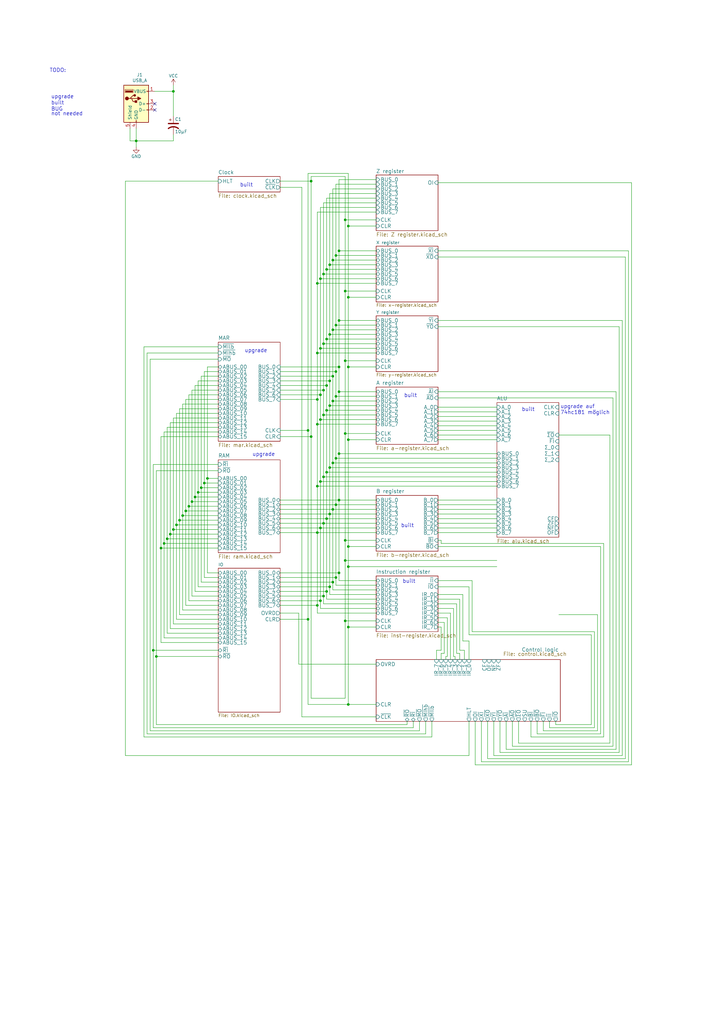
<source format=kicad_sch>
(kicad_sch (version 20211123) (generator eeschema)
  (paper "A3" portrait)
  (junction (at 131.445 -40.005))
  (junction (at 64.135 269.24))
  (junction (at 133.985 168.275))
  (junction (at 72.39 215.265))
  (junction (at 71.12 217.17))
  (junction (at 139.065 186.055))
  (junction (at 77.47 207.645))
  (junction (at 139.065 205.105))
  (junction (at 131.445 114.3))
  (junction (at 92.71 -40.005))
  (junction (at 92.71 -34.925))
  (junction (at 142.875 121.92))
  (junction (at 126.365 176.53))
  (junction (at 133.985 158.115))
  (junction (at 132.715 112.395))
  (junction (at 139.065 102.87))
  (junction (at 132.715 170.18))
  (junction (at 135.255 108.585))
  (junction (at 144.145 -27.305))
  (junction (at 92.71 -42.545))
  (junction (at 133.985 212.725))
  (junction (at 105.41 -19.685))
  (junction (at 141.605 90.17))
  (junction (at 136.525 164.465))
  (junction (at 132.715 140.97))
  (junction (at 92.71 -32.385))
  (junction (at 133.985 242.57))
  (junction (at 92.71 -50.165))
  (junction (at 131.445 -32.385))
  (junction (at 105.41 -32.385))
  (junction (at 92.71 -22.225))
  (junction (at 136.525 189.865))
  (junction (at 131.445 161.925))
  (junction (at 105.41 -22.225))
  (junction (at 92.71 -45.085))
  (junction (at 76.2 209.55))
  (junction (at 81.28 201.93))
  (junction (at 135.255 137.16))
  (junction (at 55.88 57.785))
  (junction (at 130.175 163.83))
  (junction (at 142.875 288.925))
  (junction (at 73.66 213.36))
  (junction (at 139.065 234.95))
  (junction (at 132.715 195.58))
  (junction (at 142.875 180.34))
  (junction (at 92.71 -24.765))
  (junction (at 131.445 172.085))
  (junction (at 105.41 -40.005))
  (junction (at 142.875 150.495))
  (junction (at 130.175 116.205))
  (junction (at 137.795 104.775))
  (junction (at 139.065 150.495))
  (junction (at 130.175 199.39))
  (junction (at 131.445 216.535))
  (junction (at 127.635 179.07))
  (junction (at 137.795 152.4))
  (junction (at 142.875 257.175))
  (junction (at 130.175 218.44))
  (junction (at 135.255 156.21))
  (junction (at 135.255 210.82))
  (junction (at 135.255 191.77))
  (junction (at 136.525 135.255))
  (junction (at 131.445 -27.305))
  (junction (at 133.985 110.49))
  (junction (at 141.605 229.87))
  (junction (at 69.85 219.075))
  (junction (at 92.71 -29.845))
  (junction (at 105.41 -34.925))
  (junction (at 126.365 254))
  (junction (at 133.985 193.675))
  (junction (at 131.445 -37.465))
  (junction (at 105.41 -50.165))
  (junction (at 137.795 207.01))
  (junction (at 105.41 -45.085))
  (junction (at 92.71 -37.465))
  (junction (at 136.525 106.68))
  (junction (at 105.41 -14.605))
  (junction (at 105.41 -42.545))
  (junction (at 144.145 -32.385))
  (junction (at 136.525 154.305))
  (junction (at 83.82 198.12))
  (junction (at 127.635 74.295))
  (junction (at 136.525 208.915))
  (junction (at 80.01 203.835))
  (junction (at 92.71 -19.685))
  (junction (at 105.41 -37.465))
  (junction (at 142.875 224.155))
  (junction (at 135.255 166.37))
  (junction (at 137.795 133.35))
  (junction (at 139.065 131.445))
  (junction (at 131.445 -34.925))
  (junction (at 132.715 160.02))
  (junction (at 139.065 160.655))
  (junction (at 92.71 -17.145))
  (junction (at 71.12 37.465))
  (junction (at 135.255 240.665))
  (junction (at 132.715 214.63))
  (junction (at 132.715 244.475))
  (junction (at 105.41 -24.765))
  (junction (at 92.71 -27.305))
  (junction (at 144.145 -29.845))
  (junction (at 144.145 -40.005))
  (junction (at 67.31 222.885))
  (junction (at 131.445 -29.845))
  (junction (at 130.175 173.99))
  (junction (at 92.71 -47.625))
  (junction (at 105.41 -17.145))
  (junction (at 131.445 246.38))
  (junction (at 131.445 142.875))
  (junction (at 144.145 -34.925))
  (junction (at 105.41 -47.625))
  (junction (at 141.605 147.955))
  (junction (at 105.41 -27.305))
  (junction (at 142.875 92.71))
  (junction (at 141.605 119.38))
  (junction (at 62.865 266.7))
  (junction (at 82.55 200.025))
  (junction (at 142.875 232.41))
  (junction (at 66.04 224.79))
  (junction (at 105.41 -29.845))
  (junction (at 130.175 144.78))
  (junction (at 130.175 248.285))
  (junction (at 133.985 139.065))
  (junction (at 141.605 221.615))
  (junction (at 141.605 254.635))
  (junction (at 74.93 211.455))
  (junction (at 68.58 220.98))
  (junction (at 141.605 177.8))
  (junction (at 131.445 197.485))
  (junction (at 137.795 162.56))
  (junction (at 137.795 236.855))
  (junction (at 136.525 238.76))
  (junction (at 144.145 -37.465))
  (junction (at 78.74 205.74))
  (junction (at 137.795 187.96))
  (junction (at 85.09 196.215))
  (no_connect (at 63.5 45.085))
  (no_connect (at 63.5 42.545))
  (wire (pts (xy 200.025 295.91) (xy 200.025 311.15)))
  (wire (pts (xy 154.305 86.995) (xy 130.175 86.995)))
  (wire (pts (xy 210.185 306.07) (xy 251.46 306.07)))
  (wire (pts (xy 114.935 160.02) (xy 132.715 160.02)))
  (wire (pts (xy 126.365 71.12) (xy 126.365 176.53)))
  (wire (pts (xy 202.565 295.91) (xy 202.565 309.88)))
  (wire (pts (xy 139.065 234.95) (xy 139.065 238.125)))
  (wire (pts (xy 142.875 288.925) (xy 154.305 288.925)))
  (wire (pts (xy 74.93 211.455) (xy 74.93 250.19)))
  (wire (pts (xy 77.47 246.38) (xy 89.535 246.38)))
  (wire (pts (xy 114.935 205.105) (xy 139.065 205.105)))
  (wire (pts (xy 192.405 295.91) (xy 192.405 309.88)))
  (wire (pts (xy 114.935 214.63) (xy 132.715 214.63)))
  (wire (pts (xy 132.715 214.63) (xy 154.305 214.63)))
  (wire (pts (xy 179.705 163.195) (xy 251.46 163.195)))
  (wire (pts (xy 137.795 133.35) (xy 154.305 133.35)))
  (wire (pts (xy 59.055 302.26) (xy 177.165 302.26)))
  (wire (pts (xy 78.74 160.02) (xy 89.535 160.02)))
  (wire (pts (xy 179.705 245.745) (xy 188.595 245.745)))
  (wire (pts (xy 73.66 167.64) (xy 89.535 167.64)))
  (wire (pts (xy 141.605 177.8) (xy 154.305 177.8)))
  (wire (pts (xy 92.71 -52.705) (xy 92.71 -50.165)))
  (wire (pts (xy 123.825 76.835) (xy 123.825 294.005)))
  (wire (pts (xy 179.705 257.175) (xy 180.975 257.175)))
  (wire (pts (xy 141.605 229.87) (xy 203.835 229.87)))
  (wire (pts (xy 74.93 250.19) (xy 89.535 250.19)))
  (wire (pts (xy 122.555 251.46) (xy 122.555 272.415)))
  (wire (pts (xy 71.12 57.785) (xy 71.12 55.245)))
  (wire (pts (xy 68.58 175.26) (xy 89.535 175.26)))
  (wire (pts (xy 179.705 178.435) (xy 203.835 178.435)))
  (wire (pts (xy 180.975 221.615) (xy 179.705 221.615)))
  (wire (pts (xy 64.135 269.24) (xy 89.535 269.24)))
  (wire (pts (xy 194.945 313.69) (xy 194.945 295.91)))
  (wire (pts (xy 114.935 152.4) (xy 137.795 152.4)))
  (wire (pts (xy 133.985 110.49) (xy 133.985 81.28)))
  (wire (pts (xy 81.28 201.93) (xy 81.28 240.665)))
  (wire (pts (xy 137.795 207.01) (xy 137.795 236.855)))
  (wire (pts (xy 135.255 156.21) (xy 135.255 137.16)))
  (wire (pts (xy 154.305 116.205) (xy 130.175 116.205)))
  (wire (pts (xy 179.07 270.51) (xy 179.07 266.7)))
  (wire (pts (xy 127.635 286.385) (xy 141.605 286.385)))
  (wire (pts (xy 255.27 131.445) (xy 255.27 309.88)))
  (wire (pts (xy 105.41 -52.705) (xy 105.41 -50.165)))
  (wire (pts (xy 186.055 249.555) (xy 186.055 269.24)))
  (wire (pts (xy 130.175 248.285) (xy 130.175 251.46)))
  (wire (pts (xy 127.635 74.295) (xy 127.635 179.07)))
  (wire (pts (xy 142.875 150.495) (xy 142.875 180.34)))
  (wire (pts (xy 139.065 150.495) (xy 139.065 131.445)))
  (wire (pts (xy 207.645 295.91) (xy 207.645 307.34)))
  (wire (pts (xy 66.04 179.07) (xy 66.04 224.79)))
  (wire (pts (xy 89.535 209.55) (xy 76.2 209.55)))
  (wire (pts (xy 137.795 104.775) (xy 154.305 104.775)))
  (wire (pts (xy 227.965 297.18) (xy 227.965 295.91)))
  (wire (pts (xy 130.175 251.46) (xy 154.305 251.46)))
  (wire (pts (xy 131.445 -27.305) (xy 131.445 -24.765)))
  (wire (pts (xy 182.88 270.51) (xy 182.88 269.24)))
  (wire (pts (xy 154.305 173.99) (xy 130.175 173.99)))
  (wire (pts (xy 179.705 102.87) (xy 257.81 102.87)))
  (wire (pts (xy 71.12 255.905) (xy 71.12 217.17)))
  (wire (pts (xy 92.71 -32.385) (xy 92.71 -29.845)))
  (wire (pts (xy 243.84 298.45) (xy 243.84 259.08)))
  (wire (pts (xy 83.82 198.12) (xy 89.535 198.12)))
  (wire (pts (xy 135.255 240.665) (xy 135.255 243.84)))
  (wire (pts (xy 141.605 72.39) (xy 127.635 72.39)))
  (wire (pts (xy 132.715 214.63) (xy 132.715 244.475)))
  (wire (pts (xy 80.01 242.57) (xy 80.01 203.835)))
  (wire (pts (xy 139.065 160.655) (xy 154.305 160.655)))
  (wire (pts (xy 114.935 208.915) (xy 136.525 208.915)))
  (wire (pts (xy 77.47 161.925) (xy 77.47 207.645)))
  (wire (pts (xy 131.445 172.085) (xy 131.445 197.485)))
  (wire (pts (xy 137.795 207.01) (xy 154.305 207.01)))
  (wire (pts (xy 179.705 212.725) (xy 203.835 212.725)))
  (wire (pts (xy 139.065 205.105) (xy 154.305 205.105)))
  (wire (pts (xy 83.82 198.12) (xy 83.82 236.855)))
  (wire (pts (xy 135.255 210.82) (xy 135.255 240.665)))
  (wire (pts (xy 135.255 210.82) (xy 154.305 210.82)))
  (wire (pts (xy 177.165 302.26) (xy 177.165 295.91)))
  (wire (pts (xy 126.365 176.53) (xy 126.365 254)))
  (wire (pts (xy 137.795 133.35) (xy 137.795 104.775)))
  (wire (pts (xy 105.41 -27.305) (xy 105.41 -24.765)))
  (wire (pts (xy 144.145 -34.925) (xy 144.145 -32.385)))
  (wire (pts (xy 154.305 110.49) (xy 133.985 110.49)))
  (wire (pts (xy 69.85 173.355) (xy 89.535 173.355)))
  (wire (pts (xy 141.605 72.39) (xy 141.605 90.17)))
  (wire (pts (xy 186.69 269.24) (xy 186.055 269.24)))
  (wire (pts (xy 89.535 152.4) (xy 83.82 152.4)))
  (wire (pts (xy 131.445 -32.385) (xy 131.445 -29.845)))
  (wire (pts (xy 142.875 232.41) (xy 203.835 232.41)))
  (wire (pts (xy 72.39 215.265) (xy 72.39 254)))
  (wire (pts (xy 210.185 295.91) (xy 210.185 306.07)))
  (wire (pts (xy 179.705 176.53) (xy 203.835 176.53)))
  (wire (pts (xy 154.305 142.875) (xy 131.445 142.875)))
  (wire (pts (xy 132.715 247.65) (xy 154.305 247.65)))
  (wire (pts (xy 142.875 257.175) (xy 154.305 257.175)))
  (wire (pts (xy 141.605 90.17) (xy 154.305 90.17)))
  (wire (pts (xy 130.175 248.285) (xy 114.935 248.285)))
  (wire (pts (xy 135.255 166.37) (xy 135.255 156.21)))
  (wire (pts (xy 154.305 114.3) (xy 131.445 114.3)))
  (wire (pts (xy 85.09 150.495) (xy 89.535 150.495)))
  (wire (pts (xy 180.975 222.885) (xy 180.975 221.615)))
  (wire (pts (xy 60.325 300.99) (xy 60.325 144.78)))
  (wire (pts (xy 137.795 162.56) (xy 137.795 187.96)))
  (wire (pts (xy 154.305 112.395) (xy 132.715 112.395)))
  (wire (pts (xy 136.525 77.47) (xy 154.305 77.47)))
  (wire (pts (xy 182.245 267.97) (xy 180.975 267.97)))
  (wire (pts (xy 144.145 -32.385) (xy 144.145 -29.845)))
  (wire (pts (xy 126.365 71.12) (xy 142.875 71.12)))
  (wire (pts (xy 174.625 300.99) (xy 60.325 300.99)))
  (wire (pts (xy 154.305 85.09) (xy 131.445 85.09)))
  (wire (pts (xy 105.41 -37.465) (xy 105.41 -34.925)))
  (wire (pts (xy 182.88 269.24) (xy 183.515 269.24)))
  (wire (pts (xy 89.535 193.04) (xy 64.135 193.04)))
  (wire (pts (xy 89.535 263.525) (xy 66.04 263.525)))
  (wire (pts (xy 137.795 162.56) (xy 137.795 152.4)))
  (wire (pts (xy 92.71 -24.765) (xy 92.71 -22.225)))
  (wire (pts (xy 123.825 294.005) (xy 154.305 294.005)))
  (wire (pts (xy 141.605 221.615) (xy 141.605 229.87)))
  (wire (pts (xy 68.58 175.26) (xy 68.58 220.98)))
  (wire (pts (xy 136.525 154.305) (xy 136.525 135.255)))
  (wire (pts (xy 130.175 144.78) (xy 130.175 116.205)))
  (wire (pts (xy 76.2 163.83) (xy 76.2 209.55)))
  (wire (pts (xy 72.39 169.545) (xy 89.535 169.545)))
  (wire (pts (xy 141.605 119.38) (xy 141.605 147.955)))
  (wire (pts (xy 55.88 52.705) (xy 55.88 57.785)))
  (wire (pts (xy 78.74 205.74) (xy 89.535 205.74)))
  (wire (pts (xy 132.715 244.475) (xy 132.715 247.65)))
  (wire (pts (xy 197.485 295.91) (xy 197.485 312.42)))
  (wire (pts (xy 141.605 254.635) (xy 141.605 286.385)))
  (wire (pts (xy 179.705 218.44) (xy 203.835 218.44)))
  (wire (pts (xy 259.08 313.69) (xy 194.945 313.69)))
  (wire (pts (xy 192.405 260.35) (xy 242.57 260.35)))
  (wire (pts (xy 130.175 173.99) (xy 130.175 199.39)))
  (wire (pts (xy 180.975 267.97) (xy 180.975 270.51)))
  (wire (pts (xy 133.985 193.675) (xy 203.835 193.675)))
  (wire (pts (xy 76.2 248.285) (xy 76.2 209.55)))
  (wire (pts (xy 222.885 295.91) (xy 222.885 299.72)))
  (wire (pts (xy 105.41 -19.685) (xy 105.41 -17.145)))
  (wire (pts (xy 179.705 243.84) (xy 189.865 243.84)))
  (wire (pts (xy 141.605 229.87) (xy 141.605 254.635)))
  (wire (pts (xy 92.71 -29.845) (xy 92.71 -27.305)))
  (wire (pts (xy 139.065 102.87) (xy 154.305 102.87)))
  (wire (pts (xy 76.2 163.83) (xy 89.535 163.83)))
  (wire (pts (xy 132.715 140.97) (xy 132.715 112.395)))
  (wire (pts (xy 131.445 216.535) (xy 131.445 246.38)))
  (wire (pts (xy 114.935 150.495) (xy 139.065 150.495)))
  (wire (pts (xy 247.65 302.26) (xy 247.65 222.885)))
  (wire (pts (xy 114.935 176.53) (xy 126.365 176.53)))
  (wire (pts (xy 122.555 272.415) (xy 154.305 272.415)))
  (wire (pts (xy 136.525 189.865) (xy 203.835 189.865)))
  (wire (pts (xy 126.365 254) (xy 126.365 288.925)))
  (wire (pts (xy 192.405 240.665) (xy 179.705 240.665)))
  (wire (pts (xy 82.55 154.305) (xy 82.55 200.025)))
  (wire (pts (xy 179.705 208.915) (xy 203.835 208.915)))
  (wire (pts (xy 182.245 255.27) (xy 182.245 267.97)))
  (wire (pts (xy 167.005 297.18) (xy 167.005 295.91)))
  (wire (pts (xy 136.525 189.865) (xy 136.525 208.915)))
  (wire (pts (xy 127.635 179.07) (xy 127.635 286.385)))
  (wire (pts (xy 205.105 308.61) (xy 254 308.61)))
  (wire (pts (xy 139.065 131.445) (xy 139.065 102.87)))
  (wire (pts (xy 92.71 -17.145) (xy 92.71 -14.605)))
  (wire (pts (xy 92.71 -40.005) (xy 92.71 -37.465)))
  (wire (pts (xy 142.875 257.175) (xy 142.875 288.925)))
  (wire (pts (xy 85.09 234.95) (xy 85.09 196.215)))
  (wire (pts (xy 132.715 195.58) (xy 203.835 195.58)))
  (wire (pts (xy 135.255 79.375) (xy 154.305 79.375)))
  (wire (pts (xy 136.525 135.255) (xy 136.525 106.68)))
  (wire (pts (xy 55.88 57.785) (xy 71.12 57.785)))
  (wire (pts (xy 69.85 257.81) (xy 89.535 257.81)))
  (wire (pts (xy 136.525 164.465) (xy 136.525 154.305)))
  (wire (pts (xy 114.935 254) (xy 126.365 254)))
  (wire (pts (xy 139.065 205.105) (xy 139.065 234.95)))
  (wire (pts (xy 174.625 295.91) (xy 174.625 300.99)))
  (wire (pts (xy 92.71 -47.625) (xy 92.71 -45.085)))
  (wire (pts (xy 139.065 238.125) (xy 154.305 238.125)))
  (wire (pts (xy 78.74 244.475) (xy 78.74 205.74)))
  (wire (pts (xy 179.705 214.63) (xy 203.835 214.63)))
  (wire (pts (xy 142.875 180.34) (xy 142.875 224.155)))
  (wire (pts (xy 89.535 252.095) (xy 73.66 252.095)))
  (wire (pts (xy 114.935 212.725) (xy 133.985 212.725)))
  (wire (pts (xy 187.325 267.97) (xy 188.595 267.97)))
  (wire (pts (xy 222.885 299.72) (xy 245.11 299.72)))
  (wire (pts (xy 82.55 238.76) (xy 82.55 200.025)))
  (wire (pts (xy 89.535 242.57) (xy 80.01 242.57)))
  (wire (pts (xy 243.84 259.08) (xy 193.675 259.08)))
  (wire (pts (xy 89.535 142.24) (xy 59.055 142.24)))
  (wire (pts (xy 131.445 246.38) (xy 114.935 246.38)))
  (wire (pts (xy 114.935 236.855) (xy 137.795 236.855)))
  (wire (pts (xy 257.81 312.42) (xy 197.485 312.42)))
  (wire (pts (xy 242.57 260.35) (xy 242.57 297.18)))
  (wire (pts (xy 130.175 199.39) (xy 130.175 218.44)))
  (wire (pts (xy 137.795 104.775) (xy 137.795 75.565)))
  (wire (pts (xy 114.935 210.82) (xy 135.255 210.82)))
  (wire (pts (xy 105.41 -22.225) (xy 105.41 -19.685)))
  (wire (pts (xy 139.065 186.055) (xy 203.835 186.055)))
  (wire (pts (xy 132.715 160.02) (xy 132.715 140.97)))
  (wire (pts (xy 142.875 224.155) (xy 142.875 232.41)))
  (wire (pts (xy 179.705 247.65) (xy 187.325 247.65)))
  (wire (pts (xy 133.985 193.675) (xy 133.985 212.725)))
  (wire (pts (xy 144.145 -42.545) (xy 144.145 -40.005)))
  (wire (pts (xy 142.875 92.71) (xy 142.875 121.92)))
  (wire (pts (xy 89.535 259.715) (xy 68.58 259.715)))
  (wire (pts (xy 133.985 139.065) (xy 133.985 110.49)))
  (wire (pts (xy 137.795 187.96) (xy 137.795 207.01)))
  (wire (pts (xy 142.875 71.12) (xy 142.875 92.71)))
  (wire (pts (xy 89.535 147.32) (xy 61.595 147.32)))
  (wire (pts (xy 89.535 255.905) (xy 71.12 255.905)))
  (wire (pts (xy 92.71 -27.305) (xy 92.71 -24.765)))
  (wire (pts (xy 131.445 -29.845) (xy 131.445 -27.305)))
  (wire (pts (xy 257.81 102.87) (xy 257.81 312.42)))
  (wire (pts (xy 136.525 208.915) (xy 136.525 238.76)))
  (wire (pts (xy 142.875 224.155) (xy 154.305 224.155)))
  (wire (pts (xy 137.795 236.855) (xy 137.795 240.03)))
  (wire (pts (xy 189.865 262.89) (xy 192.405 262.89)))
  (wire (pts (xy 114.935 238.76) (xy 136.525 238.76)))
  (wire (pts (xy 132.715 112.395) (xy 132.715 83.185)))
  (wire (pts (xy 136.525 208.915) (xy 154.305 208.915)))
  (wire (pts (xy 69.85 173.355) (xy 69.85 219.075)))
  (wire (pts (xy 189.865 243.84) (xy 189.865 262.89)))
  (wire (pts (xy 135.255 166.37) (xy 135.255 191.77)))
  (wire (pts (xy 141.605 90.17) (xy 141.605 119.38)))
  (wire (pts (xy 131.445 197.485) (xy 203.835 197.485)))
  (wire (pts (xy 130.175 116.205) (xy 130.175 86.995)))
  (wire (pts (xy 61.595 299.72) (xy 172.085 299.72)))
  (wire (pts (xy 136.525 106.68) (xy 136.525 77.47)))
  (wire (pts (xy 139.065 73.66) (xy 154.305 73.66)))
  (wire (pts (xy 246.38 300.99) (xy 220.345 300.99)))
  (wire (pts (xy 67.31 222.885) (xy 67.31 261.62)))
  (wire (pts (xy 144.145 -27.305) (xy 144.145 -24.765)))
  (wire (pts (xy 242.57 297.18) (xy 227.965 297.18)))
  (wire (pts (xy 183.515 253.365) (xy 183.515 269.24)))
  (wire (pts (xy 179.705 180.34) (xy 203.835 180.34)))
  (wire (pts (xy 64.135 269.24) (xy 64.135 297.18)))
  (wire (pts (xy 180.975 222.885) (xy 247.65 222.885)))
  (wire (pts (xy 71.12 37.465) (xy 71.12 47.625)))
  (wire (pts (xy 179.705 174.625) (xy 203.835 174.625)))
  (wire (pts (xy 131.445 216.535) (xy 154.305 216.535)))
  (wire (pts (xy 246.38 224.155) (xy 246.38 300.99)))
  (wire (pts (xy 144.145 -40.005) (xy 144.145 -37.465)))
  (wire (pts (xy 193.675 238.125) (xy 193.675 259.08)))
  (wire (pts (xy 131.445 -34.925) (xy 131.445 -32.385)))
  (wire (pts (xy 105.41 -32.385) (xy 105.41 -29.845)))
  (wire (pts (xy 80.01 158.115) (xy 80.01 203.835)))
  (wire (pts (xy 89.535 224.79) (xy 66.04 224.79)))
  (wire (pts (xy 133.985 168.275) (xy 133.985 158.115)))
  (wire (pts (xy 131.445 249.555) (xy 154.305 249.555)))
  (wire (pts (xy 131.445 161.925) (xy 131.445 142.875)))
  (wire (pts (xy 81.28 156.21) (xy 81.28 201.93)))
  (wire (pts (xy 74.93 165.735) (xy 74.93 211.455)))
  (wire (pts (xy 186.69 270.51) (xy 186.69 269.24)))
  (wire (pts (xy 141.605 221.615) (xy 154.305 221.615)))
  (wire (pts (xy 114.935 163.83) (xy 130.175 163.83)))
  (wire (pts (xy 179.705 238.125) (xy 193.675 238.125)))
  (wire (pts (xy 179.705 74.93) (xy 259.08 74.93)))
  (wire (pts (xy 154.305 81.28) (xy 133.985 81.28)))
  (wire (pts (xy 81.28 201.93) (xy 89.535 201.93)))
  (wire (pts (xy 89.535 200.025) (xy 82.55 200.025)))
  (wire (pts (xy 60.325 144.78) (xy 89.535 144.78)))
  (wire (pts (xy 69.85 219.075) (xy 69.85 257.81)))
  (wire (pts (xy 252.73 160.655) (xy 252.73 307.34)))
  (wire (pts (xy 114.935 179.07) (xy 127.635 179.07)))
  (wire (pts (xy 179.705 210.82) (xy 203.835 210.82)))
  (wire (pts (xy 154.305 83.185) (xy 132.715 83.185)))
  (wire (pts (xy 89.535 234.95) (xy 85.09 234.95)))
  (wire (pts (xy 179.705 133.985) (xy 254 133.985)))
  (wire (pts (xy 83.82 152.4) (xy 83.82 198.12)))
  (wire (pts (xy 137.795 240.03) (xy 154.305 240.03)))
  (wire (pts (xy 142.875 232.41) (xy 142.875 257.175)))
  (wire (pts (xy 142.875 92.71) (xy 154.305 92.71)))
  (wire (pts (xy 141.605 177.8) (xy 141.605 221.615)))
  (wire (pts (xy 250.19 304.8) (xy 250.19 178.435)))
  (wire (pts (xy 179.07 266.7) (xy 180.975 266.7)))
  (wire (pts (xy 135.255 137.16) (xy 154.305 137.16)))
  (wire (pts (xy 85.09 150.495) (xy 85.09 196.215)))
  (wire (pts (xy 66.04 179.07) (xy 89.535 179.07)))
  (wire (pts (xy 67.31 261.62) (xy 89.535 261.62)))
  (wire (pts (xy 72.39 254) (xy 89.535 254)))
  (wire (pts (xy 212.725 295.91) (xy 212.725 304.8)))
  (wire (pts (xy 135.255 191.77) (xy 135.255 210.82)))
  (wire (pts (xy 132.715 244.475) (xy 114.935 244.475)))
  (wire (pts (xy 89.535 220.98) (xy 68.58 220.98)))
  (wire (pts (xy 131.445 114.3) (xy 131.445 85.09)))
  (wire (pts (xy 126.365 288.925) (xy 142.875 288.925)))
  (wire (pts (xy 142.875 150.495) (xy 154.305 150.495)))
  (wire (pts (xy 77.47 207.645) (xy 89.535 207.645)))
  (wire (pts (xy 51.435 309.88) (xy 51.435 74.295)))
  (wire (pts (xy 133.985 212.725) (xy 154.305 212.725)))
  (wire (pts (xy 255.27 309.88) (xy 202.565 309.88)))
  (wire (pts (xy 105.41 -40.005) (xy 105.41 -37.465)))
  (wire (pts (xy 142.875 180.34) (xy 154.305 180.34)))
  (wire (pts (xy 179.705 253.365) (xy 183.515 253.365)))
  (wire (pts (xy 105.41 -24.765) (xy 105.41 -22.225)))
  (wire (pts (xy 135.255 108.585) (xy 154.305 108.585)))
  (wire (pts (xy 74.93 211.455) (xy 89.535 211.455)))
  (wire (pts (xy 141.605 147.955) (xy 154.305 147.955)))
  (wire (pts (xy 82.55 154.305) (xy 89.535 154.305)))
  (wire (pts (xy 141.605 147.955) (xy 141.605 177.8)))
  (wire (pts (xy 114.935 216.535) (xy 131.445 216.535)))
  (wire (pts (xy 71.12 171.45) (xy 71.12 217.17)))
  (wire (pts (xy 73.66 252.095) (xy 73.66 213.36)))
  (wire (pts (xy 105.41 -17.145) (xy 105.41 -14.605)))
  (wire (pts (xy 179.705 207.01) (xy 203.835 207.01)))
  (wire (pts (xy 62.865 266.7) (xy 62.865 190.5)))
  (wire (pts (xy 92.71 -22.225) (xy 92.71 -19.685)))
  (wire (pts (xy 154.305 170.18) (xy 132.715 170.18)))
  (wire (pts (xy 92.71 -50.165) (xy 92.71 -47.625)))
  (wire (pts (xy 114.935 240.665) (xy 135.255 240.665)))
  (wire (pts (xy 136.525 164.465) (xy 136.525 189.865)))
  (wire (pts (xy 78.74 160.02) (xy 78.74 205.74)))
  (wire (pts (xy 136.525 241.935) (xy 154.305 241.935)))
  (wire (pts (xy 105.41 -47.625) (xy 105.41 -45.085)))
  (wire (pts (xy 92.71 -37.465) (xy 92.71 -34.925)))
  (wire (pts (xy 89.535 238.76) (xy 82.55 238.76)))
  (wire (pts (xy 205.105 295.91) (xy 205.105 308.61)))
  (wire (pts (xy 179.705 172.72) (xy 203.835 172.72)))
  (wire (pts (xy 114.935 251.46) (xy 122.555 251.46)))
  (wire (pts (xy 105.41 -45.085) (xy 105.41 -42.545)))
  (wire (pts (xy 245.11 299.72) (xy 245.11 252.095)))
  (wire (pts (xy 256.54 105.41) (xy 179.705 105.41)))
  (wire (pts (xy 132.715 170.18) (xy 132.715 195.58)))
  (wire (pts (xy 53.34 57.785) (xy 53.34 52.705)))
  (wire (pts (xy 136.525 135.255) (xy 154.305 135.255)))
  (wire (pts (xy 131.445 142.875) (xy 131.445 114.3)))
  (wire (pts (xy 64.135 297.18) (xy 167.005 297.18)))
  (wire (pts (xy 67.31 222.885) (xy 89.535 222.885)))
  (wire (pts (xy 78.74 244.475) (xy 89.535 244.475)))
  (wire (pts (xy 133.985 245.745) (xy 154.305 245.745)))
  (wire (pts (xy 154.305 172.085) (xy 131.445 172.085)))
  (wire (pts (xy 179.705 167.005) (xy 203.835 167.005)))
  (wire (pts (xy 212.725 304.8) (xy 250.19 304.8)))
  (wire (pts (xy 251.46 306.07) (xy 251.46 163.195)))
  (wire (pts (xy 130.175 218.44) (xy 154.305 218.44)))
  (wire (pts (xy 217.805 295.91) (xy 217.805 302.26)))
  (wire (pts (xy 131.445 -37.465) (xy 131.445 -34.925)))
  (wire (pts (xy 169.545 298.45) (xy 62.865 298.45)))
  (wire (pts (xy 53.34 57.785) (xy 55.88 57.785)))
  (wire (pts (xy 127.635 72.39) (xy 127.635 74.295)))
  (wire (pts (xy 135.255 191.77) (xy 203.835 191.77)))
  (wire (pts (xy 137.795 152.4) (xy 137.795 133.35)))
  (wire (pts (xy 130.175 199.39) (xy 203.835 199.39)))
  (wire (pts (xy 142.875 121.92) (xy 142.875 150.495)))
  (wire (pts (xy 136.525 238.76) (xy 136.525 241.935)))
  (wire (pts (xy 154.305 139.065) (xy 133.985 139.065)))
  (wire (pts (xy 67.31 177.165) (xy 89.535 177.165)))
  (wire (pts (xy 192.405 262.89) (xy 192.405 270.51)))
  (wire (pts (xy 114.935 154.305) (xy 136.525 154.305)))
  (wire (pts (xy 144.145 -29.845) (xy 144.145 -27.305)))
  (wire (pts (xy 133.985 242.57) (xy 114.935 242.57)))
  (wire (pts (xy 83.82 236.855) (xy 89.535 236.855)))
  (wire (pts (xy 154.305 144.78) (xy 130.175 144.78)))
  (wire (pts (xy 139.065 160.655) (xy 139.065 186.055)))
  (wire (pts (xy 136.525 164.465) (xy 154.305 164.465)))
  (wire (pts (xy 130.175 163.83) (xy 130.175 144.78)))
  (wire (pts (xy 136.525 106.68) (xy 154.305 106.68)))
  (wire (pts (xy 89.535 217.17) (xy 71.12 217.17)))
  (wire (pts (xy 220.345 295.91) (xy 220.345 300.99)))
  (wire (pts (xy 68.58 259.715) (xy 68.58 220.98)))
  (wire (pts (xy 114.935 74.295) (xy 127.635 74.295)))
  (wire (pts (xy 192.405 260.35) (xy 192.405 240.665)))
  (wire (pts (xy 179.705 168.91) (xy 203.835 168.91)))
  (wire (pts (xy 137.795 162.56) (xy 154.305 162.56)))
  (wire (pts (xy 114.935 234.95) (xy 139.065 234.95)))
  (wire (pts (xy 225.425 298.45) (xy 243.84 298.45)))
  (wire (pts (xy 92.71 -45.085) (xy 92.71 -42.545)))
  (wire (pts (xy 80.01 158.115) (xy 89.535 158.115)))
  (wire (pts (xy 179.705 205.105) (xy 203.835 205.105)))
  (wire (pts (xy 131.445 -42.545) (xy 131.445 -40.005)))
  (wire (pts (xy 51.435 74.295) (xy 89.535 74.295)))
  (wire (pts (xy 81.28 240.665) (xy 89.535 240.665)))
  (wire (pts (xy 114.935 207.01) (xy 137.795 207.01)))
  (wire (pts (xy 64.135 193.04) (xy 64.135 269.24)))
  (wire (pts (xy 105.41 -50.165) (xy 105.41 -47.625)))
  (wire (pts (xy 133.985 212.725) (xy 133.985 242.57)))
  (wire (pts (xy 172.085 295.91) (xy 172.085 299.72)))
  (wire (pts (xy 92.71 -34.925) (xy 92.71 -32.385)))
  (wire (pts (xy 61.595 147.32) (xy 61.595 299.72)))
  (wire (pts (xy 135.255 243.84) (xy 154.305 243.84)))
  (wire (pts (xy 154.305 168.275) (xy 133.985 168.275)))
  (wire (pts (xy 114.935 156.21) (xy 135.255 156.21)))
  (wire (pts (xy 131.445 246.38) (xy 131.445 249.555)))
  (wire (pts (xy 133.985 168.275) (xy 133.985 193.675)))
  (wire (pts (xy 137.795 187.96) (xy 203.835 187.96)))
  (wire (pts (xy 72.39 215.265) (xy 89.535 215.265)))
  (wire (pts (xy 62.865 190.5) (xy 89.535 190.5)))
  (wire (pts (xy 135.255 166.37) (xy 154.305 166.37)))
  (wire (pts (xy 105.41 -42.545) (xy 105.41 -40.005)))
  (wire (pts (xy 114.935 218.44) (xy 130.175 218.44)))
  (wire (pts (xy 71.12 34.925) (xy 71.12 37.465)))
  (wire (pts (xy 130.175 218.44) (xy 130.175 248.285)))
  (wire (pts (xy 187.325 247.65) (xy 187.325 267.97)))
  (wire (pts (xy 131.445 -40.005) (xy 131.445 -37.465)))
  (wire (pts (xy 179.705 251.46) (xy 184.785 251.46)))
  (wire (pts (xy 217.805 302.26) (xy 247.65 302.26)))
  (wire (pts (xy 188.595 245.745) (xy 188.595 266.7)))
  (wire (pts (xy 190.5 270.51) (xy 190.5 266.7)))
  (wire (pts (xy 254 308.61) (xy 254 133.985)))
  (wire (pts (xy 81.28 156.21) (xy 89.535 156.21)))
  (wire (pts (xy 252.73 307.34) (xy 207.645 307.34)))
  (wire (pts (xy 142.875 121.92) (xy 154.305 121.92)))
  (wire (pts (xy 144.145 -37.465) (xy 144.145 -34.925)))
  (wire (pts (xy 139.065 186.055) (xy 139.065 205.105)))
  (wire (pts (xy 92.71 -19.685) (xy 92.71 -17.145)))
  (wire (pts (xy 169.545 295.91) (xy 169.545 298.45)))
  (wire (pts (xy 133.985 158.115) (xy 133.985 139.065)))
  (wire (pts (xy 123.825 76.835) (xy 114.935 76.835)))
  (wire (pts (xy 190.5 266.7) (xy 188.595 266.7)))
  (wire (pts (xy 105.41 -29.845) (xy 105.41 -27.305)))
  (wire (pts (xy 259.08 74.93) (xy 259.08 313.69)))
  (wire (pts (xy 130.175 173.99) (xy 130.175 163.83)))
  (wire (pts (xy 74.93 165.735) (xy 89.535 165.735)))
  (wire (pts (xy 256.54 311.15) (xy 256.54 105.41)))
  (wire (pts (xy 67.31 177.165) (xy 67.31 222.885)))
  (wire (pts (xy 71.12 37.465) (xy 63.5 37.465)))
  (wire (pts (xy 179.705 224.155) (xy 246.38 224.155)))
  (wire (pts (xy 133.985 242.57) (xy 133.985 245.745)))
  (wire (pts (xy 184.785 251.46) (xy 184.785 270.51)))
  (wire (pts (xy 132.715 195.58) (xy 132.715 214.63)))
  (wire (pts (xy 245.11 252.095) (xy 229.235 252.095)))
  (wire (pts (xy 225.425 295.91) (xy 225.425 298.45)))
  (wire (pts (xy 188.595 267.97) (xy 188.595 270.51)))
  (wire (pts (xy 139.065 102.87) (xy 139.065 73.66)))
  (wire (pts (xy 114.935 158.115) (xy 133.985 158.115)))
  (wire (pts (xy 77.47 207.645) (xy 77.47 246.38)))
  (wire (pts (xy 179.705 131.445) (xy 255.27 131.445)))
  (wire (pts (xy 114.935 161.925) (xy 131.445 161.925)))
  (wire (pts (xy 66.04 263.525) (xy 66.04 224.79)))
  (wire (pts (xy 179.705 249.555) (xy 186.055 249.555)))
  (wire (pts (xy 62.865 266.7) (xy 89.535 266.7)))
  (wire (pts (xy 200.025 311.15) (xy 256.54 311.15)))
  (wire (pts (xy 89.535 203.835) (xy 80.01 203.835)))
  (wire (pts (xy 139.065 160.655) (xy 139.065 150.495)))
  (wire (pts (xy 73.66 167.64) (xy 73.66 213.36)))
  (wire (pts (xy 141.605 254.635) (xy 154.305 254.635)))
  (wire (pts (xy 72.39 169.545) (xy 72.39 215.265)))
  (wire (pts (xy 105.41 -34.925) (xy 105.41 -32.385)))
  (wire (pts (xy 77.47 161.925) (xy 89.535 161.925)))
  (wire (pts (xy 71.12 171.45) (xy 89.535 171.45)))
  (wire (pts (xy 135.255 108.585) (xy 135.255 79.375)))
  (wire (pts (xy 139.065 131.445) (xy 154.305 131.445)))
  (wire (pts (xy 131.445 172.085) (xy 131.445 161.925)))
  (wire (pts (xy 89.535 213.36) (xy 73.66 213.36)))
  (wire (pts (xy 132.715 170.18) (xy 132.715 160.02)))
  (wire (pts (xy 154.305 140.97) (xy 132.715 140.97)))
  (wire (pts (xy 250.19 178.435) (xy 229.235 178.435)))
  (wire (pts (xy 89.535 248.285) (xy 76.2 248.285)))
  (wire (pts (xy 89.535 196.215) (xy 85.09 196.215)))
  (wire (pts (xy 62.865 298.45) (xy 62.865 266.7)))
  (wire (pts (xy 59.055 142.24) (xy 59.055 302.26)))
  (wire (pts (xy 179.705 216.535) (xy 203.835 216.535)))
  (wire (pts (xy 179.705 170.815) (xy 203.835 170.815)))
  (wire (pts (xy 69.85 219.075) (xy 89.535 219.075)))
  (wire (pts (xy 180.975 257.175) (xy 180.975 266.7)))
  (wire (pts (xy 55.88 57.785) (xy 55.88 60.325)))
  (wire (pts (xy 141.605 119.38) (xy 154.305 119.38)))
  (wire (pts (xy 92.71 -42.545) (xy 92.71 -40.005)))
  (wire (pts (xy 192.405 309.88) (xy 51.435 309.88)))
  (wire (pts (xy 137.795 75.565) (xy 154.305 75.565)))
  (wire (pts (xy 131.445 197.485) (xy 131.445 216.535)))
  (wire (pts (xy 179.705 160.655) (xy 252.73 160.655)))
  (wire (pts (xy 135.255 137.16) (xy 135.255 108.585)))
  (wire (pts (xy 179.705 255.27) (xy 182.245 255.27)))
  (text "built" (at 213.995 168.91 0) (effects (font (size 1.524 1.524)) (justify left bottom)))
  (text "built" (at 165.1 239.395 0) (effects (font (size 1.524 1.524)) (justify left bottom)))
  (text "TODO:" (at 20.32 29.845 0) (effects (font (size 1.524 1.524)) (justify left bottom)))
  (text "upgrade" (at 103.505 187.325 0) (effects (font (size 1.524 1.524)) (justify left bottom)))
  (text "BUG" (at 20.955 45.72 0) (effects (font (size 1.524 1.524)) (justify left bottom)))
  (text "upgrade" (at 20.955 40.64 0) (effects (font (size 1.524 1.524)) (justify left bottom)))
  (text "upgrade auf \n74hc181 möglich\n" (at 229.87 170.18 0) (effects (font (size 1.524 1.524)) (justify left bottom)))
  (text "built" (at 164.465 216.535 0) (effects (font (size 1.524 1.524)) (justify left bottom)))
  (text "built" (at 98.425 76.835 0) (effects (font (size 1.524 1.524)) (justify left bottom)))
  (text "upgrade" (at 100.33 144.78 0) (effects (font (size 1.524 1.524)) (justify left bottom)))
  (text "built" (at 165.735 163.195 0) (effects (font (size 1.524 1.524)) (justify left bottom)))
  (text "built" (at 20.955 43.18 0) (effects (font (size 1.524 1.524)) (justify left bottom)))
  (text "not needed" (at 20.955 47.625 0) (effects (font (size 1.524 1.524)) (justify left bottom)))
  (symbol (lib_id "power:VCC") (at 71.12 34.925 0) (unit 1)
    (property "Reference" "#PWR02" (effects hide))
    (property "Value" "VCC" (at 71.12 31.115 0))
  )
  (symbol (lib_id "power:GND") (at 55.88 60.325 0) (unit 1)
    (property "Reference" "#PWR01" (effects hide))
    (property "Value" "GND" (at 55.88 64.135 0))
  )
  (symbol (lib_id "8bit-computer-rescue:CP1-Device") (at 71.12 51.435 0) (unit 1)
    (property "Reference" "C1" (at 71.755 48.895 0) (effects (justify left)))
    (property "Value" "10µF" (at 71.755 53.975 0) (effects (justify left)))
    (property "Footprint" "Capacitor_THT:CP_Radial_D5.0mm_P2.00mm" (effects hide))
  )
  (symbol (lib_id "Connector:USB_A") (at 55.88 42.545 0) (unit 1)
    (property "Reference" "J1" (at 57.3278 30.6832 0))
    (property "Value" "USB_A" (at 57.3278 32.9946 0))
    (property "Datasheet" " ~" (effects hide))
  )
  (symbol (lib_id "Device:LED") (at 96.52 -14.605 180) (unit 1)
    (property "Reference" "D16" (at 96.52 -14.605 0))
    (property "Value" "LED" (at 90.17 -18.415 0))
  )
  (symbol (lib_id "Device:LED") (at 135.255 -34.925 180) (unit 1)
    (property "Reference" "D20" (at 135.255 -34.925 0))
    (property "Value" "LED" (at 128.905 -38.735 0))
  )
  (symbol (lib_id "Device:R_Small") (at 102.87 -14.605 90) (unit 1)
    (property "Reference" "R16" (at 102.87 -14.605 90))
    (property "Value" "R_Small" (at 110.49 -18.415 90))
  )
  (symbol (lib_id "Device:R_Small") (at 102.87 -29.845 90) (unit 1)
    (property "Reference" "R10" (at 102.87 -29.845 90))
    (property "Value" "R_Small" (at 110.49 -28.575 90))
  )
  (symbol (lib_id "Device:R_Small") (at 102.87 -22.225 90) (unit 1)
    (property "Reference" "R13" (at 102.87 -22.225 90))
    (property "Value" "R_Small" (at 110.49 -18.415 90))
  )
  (symbol (lib_id "Device:LED") (at 96.52 -52.705 180) (unit 1)
    (property "Reference" "D1" (at 96.52 -52.705 0))
    (property "Value" "LED" (at 90.17 -48.895 0))
  )
  (symbol (lib_id "Device:R_Small") (at 102.87 -37.465 90) (unit 1)
    (property "Reference" "R7" (at 102.87 -37.465 90))
    (property "Value" "R_Small" (at 110.49 -38.735 90))
  )
  (symbol (lib_id "Device:LED") (at 135.255 -37.465 180) (unit 1)
    (property "Reference" "D19" (at 135.255 -37.465 0))
    (property "Value" "LED" (at 128.905 -38.735 0))
  )
  (symbol (lib_id "Device:LED") (at 96.52 -47.625 180) (unit 1)
    (property "Reference" "D3" (at 96.52 -47.625 0))
    (property "Value" "LED" (at 90.17 -48.895 0))
  )
  (symbol (lib_id "Device:R_Small") (at 141.605 -24.765 90) (unit 1)
    (property "Reference" "R24" (at 141.605 -24.765 90))
    (property "Value" "R_Small" (at 149.225 -28.575 90))
  )
  (symbol (lib_id "Device:LED") (at 96.52 -40.005 180) (unit 1)
    (property "Reference" "D6" (at 96.52 -40.005 0))
    (property "Value" "LED" (at 90.17 -38.735 0))
  )
  (symbol (lib_id "Device:LED") (at 96.52 -22.225 180) (unit 1)
    (property "Reference" "D13" (at 96.52 -22.225 0))
    (property "Value" "LED" (at 90.17 -18.415 0))
  )
  (symbol (lib_id "Device:R_Small") (at 102.87 -32.385 90) (unit 1)
    (property "Reference" "R9" (at 102.87 -32.385 90))
    (property "Value" "R_Small" (at 110.49 -28.575 90))
  )
  (symbol (lib_id "Device:LED") (at 96.52 -19.685 180) (unit 1)
    (property "Reference" "D14" (at 96.52 -19.685 0))
    (property "Value" "LED" (at 90.17 -18.415 0))
  )
  (symbol (lib_id "Device:LED") (at 135.255 -24.765 180) (unit 1)
    (property "Reference" "D24" (at 135.255 -24.765 0))
    (property "Value" "LED" (at 128.905 -28.575 0))
  )
  (symbol (lib_id "Device:LED") (at 135.255 -27.305 180) (unit 1)
    (property "Reference" "D23" (at 135.255 -27.305 0))
    (property "Value" "LED" (at 128.905 -28.575 0))
  )
  (symbol (lib_id "Connector:Conn_01x05_Female") (at 176.53 -38.735 0) (unit 1)
    (property "Reference" "J?" (at 177.8 -40.0051 0) (effects (justify left)))
    (property "Value" "Conn_01x05_Female" (at 177.8 -37.4651 0) (effects (justify left)))
  )
  (symbol (lib_id "Device:LED") (at 96.52 -29.845 180) (unit 1)
    (property "Reference" "D10" (at 96.52 -29.845 0))
    (property "Value" "LED" (at 90.17 -28.575 0))
  )
  (symbol (lib_id "Device:R_Small") (at 102.87 -24.765 90) (unit 1)
    (property "Reference" "R12" (at 102.87 -24.765 90))
    (property "Value" "R_Small" (at 110.49 -28.575 90))
  )
  (symbol (lib_id "Device:LED") (at 135.255 -42.545 180) (unit 1)
    (property "Reference" "D17" (at 135.255 -42.545 0))
    (property "Value" "LED" (at 128.905 -38.735 0))
  )
  (symbol (lib_id "Device:R_Small") (at 141.605 -37.465 90) (unit 1)
    (property "Reference" "R19" (at 141.605 -37.465 90))
    (property "Value" "R_Small" (at 149.225 -38.735 90))
  )
  (symbol (lib_id "Device:R_Small") (at 102.87 -19.685 90) (unit 1)
    (property "Reference" "R14" (at 102.87 -19.685 90))
    (property "Value" "R_Small" (at 110.49 -18.415 90))
  )
  (symbol (lib_id "Device:R_Small") (at 141.605 -40.005 90) (unit 1)
    (property "Reference" "R18" (at 141.605 -40.005 90))
    (property "Value" "R_Small" (at 149.225 -38.735 90))
  )
  (symbol (lib_id "Device:R_Small") (at 102.87 -52.705 90) (unit 1)
    (property "Reference" "R1" (at 102.87 -52.705 90))
    (property "Value" "R_Small" (at 110.49 -48.895 90))
  )
  (symbol (lib_id "Device:LED") (at 96.52 -17.145 180) (unit 1)
    (property "Reference" "D15" (at 96.52 -17.145 0))
    (property "Value" "LED" (at 90.17 -18.415 0))
  )
  (symbol (lib_id "Connector:Conn_01x08_Male") (at 203.835 -41.275 0) (unit 1)
    (property "Reference" "J?" (at 204.47 -53.34 0))
    (property "Value" "Conn_01x08_Male" (at 204.47 -50.8 0))
  )
  (symbol (lib_id "Device:LED") (at 135.255 -29.845 180) (unit 1)
    (property "Reference" "D22" (at 135.255 -29.845 0))
    (property "Value" "LED" (at 128.905 -28.575 0))
  )
  (symbol (lib_id "Device:LED") (at 135.255 -32.385 180) (unit 1)
    (property "Reference" "D21" (at 135.255 -32.385 0))
    (property "Value" "LED" (at 128.905 -28.575 0))
  )
  (symbol (lib_id "Device:R_Small") (at 102.87 -17.145 90) (unit 1)
    (property "Reference" "R15" (at 102.87 -17.145 90))
    (property "Value" "R_Small" (at 110.49 -18.415 90))
  )
  (symbol (lib_id "Device:LED") (at 96.52 -45.085 180) (unit 1)
    (property "Reference" "D4" (at 96.52 -45.085 0))
    (property "Value" "LED" (at 90.17 -48.895 0))
  )
  (symbol (lib_id "Device:R_Small") (at 141.605 -29.845 90) (unit 1)
    (property "Reference" "R22" (at 141.605 -29.845 90))
    (property "Value" "R_Small" (at 149.225 -28.575 90))
  )
  (symbol (lib_id "Connector:Conn_01x08_Female") (at 203.835 -41.275 0) (unit 1)
    (property "Reference" "J?" (at 205.105 -41.2751 0) (effects (justify left)))
    (property "Value" "Conn_01x08_Female" (at 205.105 -38.7351 0) (effects (justify left)))
  )
  (symbol (lib_id "Device:R_Small") (at 102.87 -45.085 90) (unit 1)
    (property "Reference" "R4" (at 102.87 -45.085 90))
    (property "Value" "R_Small" (at 110.49 -48.895 90))
  )
  (symbol (lib_id "Device:R_Small") (at 141.605 -42.545 90) (unit 1)
    (property "Reference" "R17" (at 141.605 -42.545 90))
    (property "Value" "R_Small" (at 149.225 -38.735 90))
  )
  (symbol (lib_id "Device:R_Small") (at 102.87 -34.925 90) (unit 1)
    (property "Reference" "R8" (at 102.87 -34.925 90))
    (property "Value" "R_Small" (at 110.49 -38.735 90))
  )
  (symbol (lib_id "Connector:Conn_01x17_Female") (at 234.95 -45.72 0) (unit 1)
    (property "Reference" "J?" (at 236.22 -46.9901 0) (effects (justify left)))
    (property "Value" "Conn_01x17_Female" (at 236.22 -44.4501 0) (effects (justify left)))
  )
  (symbol (lib_id "Device:LED") (at 96.52 -24.765 180) (unit 1)
    (property "Reference" "D12" (at 96.52 -24.765 0))
    (property "Value" "LED" (at 90.17 -28.575 0))
  )
  (symbol (lib_id "Device:LED") (at 96.52 -50.165 180) (unit 1)
    (property "Reference" "D2" (at 96.52 -50.165 0))
    (property "Value" "LED" (at 90.17 -48.895 0))
  )
  (symbol (lib_id "Device:R_Small") (at 102.87 -40.005 90) (unit 1)
    (property "Reference" "R6" (at 102.87 -40.005 90))
    (property "Value" "R_Small" (at 110.49 -38.735 90))
  )
  (symbol (lib_id "Device:LED") (at 96.52 -42.545 180) (unit 1)
    (property "Reference" "D5" (at 96.52 -42.545 0))
    (property "Value" "LED" (at 90.17 -38.735 0))
  )
  (symbol (lib_id "Device:R_Small") (at 102.87 -47.625 90) (unit 1)
    (property "Reference" "R3" (at 102.87 -47.625 90))
    (property "Value" "R_Small" (at 110.49 -48.895 90))
  )
  (symbol (lib_id "Device:R_Small") (at 102.87 -27.305 90) (unit 1)
    (property "Reference" "R11" (at 102.87 -27.305 90))
    (property "Value" "R_Small" (at 110.49 -28.575 90))
  )
  (symbol (lib_id "Device:R_Small") (at 141.605 -27.305 90) (unit 1)
    (property "Reference" "R23" (at 141.605 -27.305 90))
    (property "Value" "R_Small" (at 149.225 -28.575 90))
  )
  (symbol (lib_id "Device:LED") (at 135.255 -40.005 180) (unit 1)
    (property "Reference" "D18" (at 135.255 -40.005 0))
    (property "Value" "LED" (at 128.905 -38.735 0))
  )
  (symbol (lib_id "Device:R_Small") (at 102.87 -50.165 90) (unit 1)
    (property "Reference" "R2" (at 102.87 -50.165 90))
    (property "Value" "R_Small" (at 110.49 -48.895 90))
  )
  (symbol (lib_id "Device:R_Small") (at 141.605 -34.925 90) (unit 1)
    (property "Reference" "R20" (at 141.605 -34.925 90))
    (property "Value" "R_Small" (at 149.225 -38.735 90))
  )
  (symbol (lib_id "Device:LED") (at 96.52 -37.465 180) (unit 1)
    (property "Reference" "D7" (at 96.52 -37.465 0))
    (property "Value" "LED" (at 90.17 -38.735 0))
  )
  (symbol (lib_id "Device:LED") (at 96.52 -27.305 180) (unit 1)
    (property "Reference" "D11" (at 96.52 -27.305 0))
    (property "Value" "LED" (at 90.17 -28.575 0))
  )
  (symbol (lib_id "Connector:Conn_01x05_Male") (at 176.53 -38.735 0) (unit 1)
    (property "Reference" "J?" (at 177.165 -48.26 0))
    (property "Value" "Conn_01x05_Male" (at 177.165 -45.72 0))
  )
  (symbol (lib_id "Device:LED") (at 96.52 -32.385 180) (unit 1)
    (property "Reference" "D9" (at 96.52 -32.385 0))
    (property "Value" "LED" (at 90.17 -28.575 0))
  )
  (symbol (lib_id "Device:LED") (at 96.52 -34.925 180) (unit 1)
    (property "Reference" "D8" (at 96.52 -34.925 0))
    (property "Value" "LED" (at 90.17 -38.735 0))
  )
  (symbol (lib_id "Connector:Conn_01x17_Male") (at 234.95 -45.72 0) (unit 1)
    (property "Reference" "J?" (at 235.585 -69.85 0))
    (property "Value" "Conn_01x17_Male" (at 235.585 -67.31 0))
  )
  (symbol (lib_id "Connector:Conn_01x32_Female") (at 272.415 -51.435 0) (unit 1)
    (property "Reference" "J?" (at 274.32 -51.4351 0) (effects (justify left)))
    (property "Value" "Conn_01x32_Female" (at 274.32 -48.8951 0) (effects (justify left)))
  )
  (symbol (lib_id "Connector:Conn_01x32_Male") (at 272.415 -51.435 0) (unit 1)
    (property "Reference" "J?" (at 273.05 -93.98 0))
    (property "Value" "Conn_01x32_Male" (at 273.05 -91.44 0))
  )
  (symbol (lib_id "Device:R_Small") (at 102.87 -42.545 90) (unit 1)
    (property "Reference" "R5" (at 102.87 -42.545 90))
    (property "Value" "R_Small" (at 110.49 -38.735 90))
  )
  (symbol (lib_id "Device:R_Small") (at 141.605 -32.385 90) (unit 1)
    (property "Reference" "R21" (at 141.605 -32.385 90))
    (property "Value" "R_Small" (at 149.225 -28.575 90))
  )
  (symbol (lib_id "power:GND") (at 105.41 -14.605 0) (unit 1)
    (property "Reference" "#PWR03" (effects hide))
    (property "Value" "GND" (at 105.41 -9.525 0))
  )
  (sheet (at 89.535 72.39) (size 25.4 6.35)
    (property "Sheet name" "Clock" (at 89.535 71.5514 0) (effects (font (size 1.524 1.524)) (justify left bottom)))
    (property "Sheet file" "clock.kicad_sch" (at 89.535 79.4262 0) (effects (font (size 1.524 1.524)) (justify left top)))
    (pin "CLK" output (at 114.935 74.295 0) (effects (font (size 1.524 1.524))))
    (pin "HLT" input (at 89.535 74.295 180) (effects (font (size 1.524 1.524))))
    (pin "~{CLK}" output (at 114.935 76.835 0) (effects (font (size 1.524 1.524))))
  )
  (sheet (at 154.305 158.75) (size 25.4 23.495)
    (property "Sheet name" "A register" (at 154.305 157.9114 0) (effects (font (size 1.524 1.524)) (justify left bottom)))
    (property "Sheet file" "a-register.kicad_sch" (at 154.305 182.9312 0) (effects (font (size 1.524 1.524)) (justify left top)))
    (pin "BUS_0" bidirectional (at 154.305 160.655 180) (effects (font (size 1.524 1.524))))
    (pin "BUS_1" bidirectional (at 154.305 162.56 180) (effects (font (size 1.524 1.524))))
    (pin "BUS_2" bidirectional (at 154.305 164.465 180) (effects (font (size 1.524 1.524))))
    (pin "BUS_3" bidirectional (at 154.305 166.37 180) (effects (font (size 1.524 1.524))))
    (pin "BUS_4" bidirectional (at 154.305 168.275 180) (effects (font (size 1.524 1.524))))
    (pin "BUS_5" bidirectional (at 154.305 170.18 180) (effects (font (size 1.524 1.524))))
    (pin "BUS_6" bidirectional (at 154.305 172.085 180) (effects (font (size 1.524 1.524))))
    (pin "BUS_7" bidirectional (at 154.305 173.99 180) (effects (font (size 1.524 1.524))))
    (pin "CLK" input (at 154.305 177.8 180) (effects (font (size 1.524 1.524))))
    (pin "A_7" output (at 179.705 180.34 0) (effects (font (size 1.524 1.524))))
    (pin "A_6" output (at 179.705 178.435 0) (effects (font (size 1.524 1.524))))
    (pin "A_5" output (at 179.705 176.53 0) (effects (font (size 1.524 1.524))))
    (pin "A_4" output (at 179.705 174.625 0) (effects (font (size 1.524 1.524))))
    (pin "A_3" output (at 179.705 172.72 0) (effects (font (size 1.524 1.524))))
    (pin "A_2" output (at 179.705 170.815 0) (effects (font (size 1.524 1.524))))
    (pin "A_1" output (at 179.705 168.91 0) (effects (font (size 1.524 1.524))))
    (pin "A_0" output (at 179.705 167.005 0) (effects (font (size 1.524 1.524))))
    (pin "CLR" input (at 154.305 180.34 180) (effects (font (size 1.524 1.524))))
    (pin "~{AI}" input (at 179.705 160.655 0) (effects (font (size 1.524 1.524))))
    (pin "~{AO}" input (at 179.705 163.195 0) (effects (font (size 1.524 1.524))))
  )
  (sheet (at 154.305 203.2) (size 25.4 22.86)
    (property "Sheet name" "B register" (at 154.305 202.3614 0) (effects (font (size 1.524 1.524)) (justify left bottom)))
    (property "Sheet file" "b-register.kicad_sch" (at 154.305 226.7462 0) (effects (font (size 1.524 1.524)) (justify left top)))
    (pin "BUS_0" bidirectional (at 154.305 205.105 180) (effects (font (size 1.524 1.524))))
    (pin "BUS_1" bidirectional (at 154.305 207.01 180) (effects (font (size 1.524 1.524))))
    (pin "BUS_2" bidirectional (at 154.305 208.915 180) (effects (font (size 1.524 1.524))))
    (pin "BUS_3" bidirectional (at 154.305 210.82 180) (effects (font (size 1.524 1.524))))
    (pin "BUS_4" bidirectional (at 154.305 212.725 180) (effects (font (size 1.524 1.524))))
    (pin "BUS_5" bidirectional (at 154.305 214.63 180) (effects (font (size 1.524 1.524))))
    (pin "BUS_6" bidirectional (at 154.305 216.535 180) (effects (font (size 1.524 1.524))))
    (pin "BUS_7" bidirectional (at 154.305 218.44 180) (effects (font (size 1.524 1.524))))
    (pin "B_0" output (at 179.705 205.105 0) (effects (font (size 1.524 1.524))))
    (pin "B_1" output (at 179.705 207.01 0) (effects (font (size 1.524 1.524))))
    (pin "B_2" output (at 179.705 208.915 0) (effects (font (size 1.524 1.524))))
    (pin "B_3" output (at 179.705 210.82 0) (effects (font (size 1.524 1.524))))
    (pin "B_4" output (at 179.705 212.725 0) (effects (font (size 1.524 1.524))))
    (pin "B_5" output (at 179.705 214.63 0) (effects (font (size 1.524 1.524))))
    (pin "B_6" output (at 179.705 216.535 0) (effects (font (size 1.524 1.524))))
    (pin "B_7" output (at 179.705 218.44 0) (effects (font (size 1.524 1.524))))
    (pin "CLK" input (at 154.305 221.615 180) (effects (font (size 1.524 1.524))))
    (pin "~{BO}" input (at 179.705 224.155 0) (effects (font (size 1.524 1.524))))
    (pin "~{BI}" input (at 179.705 221.615 0) (effects (font (size 1.524 1.524))))
    (pin "CLR" input (at 154.305 224.155 180) (effects (font (size 1.524 1.524))))
  )
  (sheet (at 154.305 236.22) (size 25.4 22.86)
    (property "Sheet name" "Instruction register" (at 154.305 235.3814 0) (effects (font (size 1.524 1.524)) (justify left bottom)))
    (property "Sheet file" "inst-register.kicad_sch" (at 154.305 259.7662 0) (effects (font (size 1.524 1.524)) (justify left top)))
    (pin "BUS_0" bidirectional (at 154.305 238.125 180) (effects (font (size 1.524 1.524))))
    (pin "BUS_1" bidirectional (at 154.305 240.03 180) (effects (font (size 1.524 1.524))))
    (pin "BUS_2" bidirectional (at 154.305 241.935 180) (effects (font (size 1.524 1.524))))
    (pin "BUS_3" bidirectional (at 154.305 243.84 180) (effects (font (size 1.524 1.524))))
    (pin "BUS_4" bidirectional (at 154.305 245.745 180) (effects (font (size 1.524 1.524))))
    (pin "BUS_5" bidirectional (at 154.305 247.65 180) (effects (font (size 1.524 1.524))))
    (pin "BUS_6" bidirectional (at 154.305 249.555 180) (effects (font (size 1.524 1.524))))
    (pin "BUS_7" bidirectional (at 154.305 251.46 180) (effects (font (size 1.524 1.524))))
    (pin "CLK" input (at 154.305 254.635 180) (effects (font (size 1.524 1.524))))
    (pin "CLR" input (at 154.305 257.175 180) (effects (font (size 1.524 1.524))))
    (pin "~{II}" input (at 179.705 238.125 0) (effects (font (size 1.524 1.524))))
    (pin "~{IO}" input (at 179.705 240.665 0) (effects (font (size 1.524 1.524))))
    (pin "IR_7" output (at 179.705 257.175 0) (effects (font (size 1.524 1.524))))
    (pin "IR_6" output (at 179.705 255.27 0) (effects (font (size 1.524 1.524))))
    (pin "IR_5" output (at 179.705 253.365 0) (effects (font (size 1.524 1.524))))
    (pin "IR_4" output (at 179.705 251.46 0) (effects (font (size 1.524 1.524))))
    (pin "IR_3" output (at 179.705 249.555 0) (effects (font (size 1.524 1.524))))
    (pin "IR_2" output (at 179.705 247.65 0) (effects (font (size 1.524 1.524))))
    (pin "IR_1" output (at 179.705 245.745 0) (effects (font (size 1.524 1.524))))
    (pin "IR_0" output (at 179.705 243.84 0) (effects (font (size 1.524 1.524))))
  )
  (sheet (at 203.835 165.1) (size 25.4 55.245)
    (property "Sheet name" "ALU" (at 203.835 164.2614 0) (effects (font (size 1.524 1.524)) (justify left bottom)))
    (property "Sheet file" "alu.kicad_sch" (at 203.835 221.0312 0) (effects (font (size 1.524 1.524)) (justify left top)))
    (pin "BUS_1" tri_state (at 203.835 187.96 180) (effects (font (size 1.524 1.524))))
    (pin "BUS_0" tri_state (at 203.835 186.055 180) (effects (font (size 1.524 1.524))))
    (pin "BUS_2" tri_state (at 203.835 189.865 180) (effects (font (size 1.524 1.524))))
    (pin "BUS_3" tri_state (at 203.835 191.77 180) (effects (font (size 1.524 1.524))))
    (pin "BUS_4" tri_state (at 203.835 193.675 180) (effects (font (size 1.524 1.524))))
    (pin "BUS_5" tri_state (at 203.835 195.58 180) (effects (font (size 1.524 1.524))))
    (pin "BUS_6" tri_state (at 203.835 197.485 180) (effects (font (size 1.524 1.524))))
    (pin "BUS_7" tri_state (at 203.835 199.39 180) (effects (font (size 1.524 1.524))))
    (pin "A_0" input (at 203.835 167.005 180) (effects (font (size 1.524 1.524))))
    (pin "A_1" input (at 203.835 168.91 180) (effects (font (size 1.524 1.524))))
    (pin "A_2" input (at 203.835 170.815 180) (effects (font (size 1.524 1.524))))
    (pin "A_3" input (at 203.835 172.72 180) (effects (font (size 1.524 1.524))))
    (pin "A_4" input (at 203.835 174.625 180) (effects (font (size 1.524 1.524))))
    (pin "A_5" input (at 203.835 176.53 180) (effects (font (size 1.524 1.524))))
    (pin "A_6" input (at 203.835 178.435 180) (effects (font (size 1.524 1.524))))
    (pin "A_7" input (at 203.835 180.34 180) (effects (font (size 1.524 1.524))))
    (pin "B_0" input (at 203.835 205.105 180) (effects (font (size 1.524 1.524))))
    (pin "B_1" input (at 203.835 207.01 180) (effects (font (size 1.524 1.524))))
    (pin "B_2" input (at 203.835 208.915 180) (effects (font (size 1.524 1.524))))
    (pin "B_3" input (at 203.835 210.82 180) (effects (font (size 1.524 1.524))))
    (pin "B_4" input (at 203.835 212.725 180) (effects (font (size 1.524 1.524))))
    (pin "B_5" input (at 203.835 214.63 180) (effects (font (size 1.524 1.524))))
    (pin "B_6" input (at 203.835 216.535 180) (effects (font (size 1.524 1.524))))
    (pin "B_7" input (at 203.835 218.44 180) (effects (font (size 1.524 1.524))))
    (pin "~{ΣO}" input (at 229.235 178.435 0) (effects (font (size 1.524 1.524))))
    (pin "CLK" input (at 229.235 167.005 0) (effects (font (size 1.524 1.524))))
    (pin "CLR" input (at 229.235 169.545 0) (effects (font (size 1.524 1.524))))
    (pin "~{FI}" input (at 229.235 180.975 0) (effects (font (size 1.524 1.524))))
    (pin "Σ_0" input (at 229.235 183.515 0) (effects (font (size 1.524 1.524))))
    (pin "Σ_1" input (at 229.235 186.055 0) (effects (font (size 1.524 1.524))))
    (pin "Σ_2" input (at 229.235 188.595 0) (effects (font (size 1.524 1.524))))
    (pin "CF" output (at 229.235 212.725 0) (effects (font (size 1.524 1.524))))
    (pin "ZF" output (at 229.235 214.63 0) (effects (font (size 1.524 1.524))))
    (pin "NF" output (at 229.235 216.535 0) (effects (font (size 1.524 1.524))))
    (pin "OF" output (at 229.235 218.44 0) (effects (font (size 1.524 1.524))))
  )
  (sheet (at 89.535 188.595) (size 25.4 38.1)
    (property "Sheet name" "RAM" (at 89.535 187.7564 0) (effects (font (size 1.524 1.524)) (justify left bottom)))
    (property "Sheet file" "ram.kicad_sch" (at 89.535 227.3812 0) (effects (font (size 1.524 1.524)) (justify left top)))
    (pin "BUS_0" bidirectional (at 114.935 205.105 0) (effects (font (size 1.524 1.524))))
    (pin "BUS_1" bidirectional (at 114.935 207.01 0) (effects (font (size 1.524 1.524))))
    (pin "BUS_2" bidirectional (at 114.935 208.915 0) (effects (font (size 1.524 1.524))))
    (pin "BUS_3" bidirectional (at 114.935 210.82 0) (effects (font (size 1.524 1.524))))
    (pin "BUS_4" bidirectional (at 114.935 212.725 0) (effects (font (size 1.524 1.524))))
    (pin "BUS_5" bidirectional (at 114.935 214.63 0) (effects (font (size 1.524 1.524))))
    (pin "BUS_6" bidirectional (at 114.935 216.535 0) (effects (font (size 1.524 1.524))))
    (pin "BUS_7" bidirectional (at 114.935 218.44 0) (effects (font (size 1.524 1.524))))
    (pin "ABUS_04" input (at 89.535 203.835 180) (effects (font (size 1.524 1.524))))
    (pin "ABUS_05" input (at 89.535 205.74 180) (effects (font (size 1.524 1.524))))
    (pin "ABUS_07" input (at 89.535 209.55 180) (effects (font (size 1.524 1.524))))
    (pin "ABUS_08" input (at 89.535 211.455 180) (effects (font (size 1.524 1.524))))
    (pin "ABUS_06" input (at 89.535 207.645 180) (effects (font (size 1.524 1.524))))
    (pin "ABUS_11" input (at 89.535 217.17 180) (effects (font (size 1.524 1.524))))
    (pin "ABUS_13" input (at 89.535 220.98 180) (effects (font (size 1.524 1.524))))
    (pin "ABUS_15" input (at 89.535 224.79 180) (effects (font (size 1.524 1.524))))
    (pin "ABUS_12" input (at 89.535 219.075 180) (effects (font (size 1.524 1.524))))
    (pin "ABUS_10" input (at 89.535 215.265 180) (effects (font (size 1.524 1.524))))
    (pin "ABUS_14" input (at 89.535 222.885 180) (effects (font (size 1.524 1.524))))
    (pin "ABUS_09" input (at 89.535 213.36 180) (effects (font (size 1.524 1.524))))
    (pin "ABUS_02" input (at 89.535 200.025 180) (effects (font (size 1.524 1.524))))
    (pin "ABUS_01" input (at 89.535 198.12 180) (effects (font (size 1.524 1.524))))
    (pin "ABUS_00" input (at 89.535 196.215 180) (effects (font (size 1.524 1.524))))
    (pin "ABUS_03" input (at 89.535 201.93 180) (effects (font (size 1.524 1.524))))
    (pin "~{RO}" input (at 89.535 193.04 180) (effects (font (size 1.524 1.524))))
    (pin "~{RI}" input (at 89.535 190.5 180) (effects (font (size 1.524 1.524))))
  )
  (sheet (at 89.535 140.335) (size 25.4 40.64)
    (property "Sheet name" "MAR" (at 89.535 139.4964 0) (effects (font (size 1.524 1.524)) (justify left bottom)))
    (property "Sheet file" "mar.kicad_sch" (at 89.535 181.6612 0) (effects (font (size 1.524 1.524)) (justify left top)))
    (pin "BUS_0" input (at 114.935 150.495 0) (effects (font (size 1.524 1.524))))
    (pin "BUS_1" input (at 114.935 152.4 0) (effects (font (size 1.524 1.524))))
    (pin "BUS_2" input (at 114.935 154.305 0) (effects (font (size 1.524 1.524))))
    (pin "BUS_3" input (at 114.935 156.21 0) (effects (font (size 1.524 1.524))))
    (pin "CLK" input (at 114.935 176.53 0) (effects (font (size 1.524 1.524))))
    (pin "CLR" input (at 114.935 179.07 0) (effects (font (size 1.524 1.524))))
    (pin "BUS_4" input (at 114.935 158.115 0) (effects (font (size 1.524 1.524))))
    (pin "BUS_5" input (at 114.935 160.02 0) (effects (font (size 1.524 1.524))))
    (pin "BUS_6" input (at 114.935 161.925 0) (effects (font (size 1.524 1.524))))
    (pin "BUS_7" input (at 114.935 163.83 0) (effects (font (size 1.524 1.524))))
    (pin "~{MIlb}" input (at 89.535 142.24 180) (effects (font (size 1.524 1.524))))
    (pin "~{MIhb}" input (at 89.535 144.78 180) (effects (font (size 1.524 1.524))))
    (pin "ABUS_04" tri_state (at 89.535 158.115 180) (effects (font (size 1.524 1.524))))
    (pin "ABUS_01" tri_state (at 89.535 152.4 180) (effects (font (size 1.524 1.524))))
    (pin "ABUS_03" tri_state (at 89.535 156.21 180) (effects (font (size 1.524 1.524))))
    (pin "ABUS_02" tri_state (at 89.535 154.305 180) (effects (font (size 1.524 1.524))))
    (pin "ABUS_00" tri_state (at 89.535 150.495 180) (effects (font (size 1.524 1.524))))
    (pin "ABUS_06" tri_state (at 89.535 161.925 180) (effects (font (size 1.524 1.524))))
    (pin "ABUS_05" tri_state (at 89.535 160.02 180) (effects (font (size 1.524 1.524))))
    (pin "ABUS_07" tri_state (at 89.535 163.83 180) (effects (font (size 1.524 1.524))))
    (pin "ABUS_08" tri_state (at 89.535 165.735 180) (effects (font (size 1.524 1.524))))
    (pin "ABUS_09" tri_state (at 89.535 167.64 180) (effects (font (size 1.524 1.524))))
    (pin "ABUS_10" tri_state (at 89.535 169.545 180) (effects (font (size 1.524 1.524))))
    (pin "ABUS_11" tri_state (at 89.535 171.45 180) (effects (font (size 1.524 1.524))))
    (pin "ABUS_12" tri_state (at 89.535 173.355 180) (effects (font (size 1.524 1.524))))
    (pin "ABUS_13" tri_state (at 89.535 175.26 180) (effects (font (size 1.524 1.524))))
    (pin "ABUS_15" tri_state (at 89.535 179.07 180) (effects (font (size 1.524 1.524))))
    (pin "ABUS_14" tri_state (at 89.535 177.165 180) (effects (font (size 1.524 1.524))))
    (pin "~{MO}" input (at 89.535 147.32 180) (effects (font (size 1.524 1.524))))
  )
  (sheet (at 154.305 71.755) (size 25.4 22.86)
    (property "Sheet name" "Z register" (at 154.305 71.12 0) (effects (font (size 1.524 1.524)) (justify left bottom)))
    (property "Sheet file" "Z register.kicad_sch" (at 154.305 95.3012 0) (effects (font (size 1.524 1.524)) (justify left top)))
    (pin "OI" input (at 179.705 74.93 0) (effects (font (size 1.524 1.524))))
    (pin "CLK" input (at 154.305 90.17 180) (effects (font (size 1.524 1.524))))
    (pin "BUS_0" input (at 154.305 73.66 180) (effects (font (size 1.524 1.524))))
    (pin "BUS_1" input (at 154.305 75.565 180) (effects (font (size 1.524 1.524))))
    (pin "BUS_2" input (at 154.305 77.47 180) (effects (font (size 1.524 1.524))))
    (pin "BUS_3" input (at 154.305 79.375 180) (effects (font (size 1.524 1.524))))
    (pin "BUS_4" input (at 154.305 81.28 180) (effects (font (size 1.524 1.524))))
    (pin "BUS_5" input (at 154.305 83.185 180) (effects (font (size 1.524 1.524))))
    (pin "BUS_6" input (at 154.305 85.09 180) (effects (font (size 1.524 1.524))))
    (pin "BUS_7" input (at 154.305 86.995 180) (effects (font (size 1.524 1.524))))
    (pin "CLR" input (at 154.305 92.71 180) (effects (font (size 1.524 1.524))))
  )
  (sheet (at 154.305 270.51) (size 75.565 25.4)
    (property "Sheet name" "Control logic" (at 213.995 267.335 0) (effects (font (size 1.524 1.524)) (justify left bottom)))
    (property "Sheet file" "control.kicad_sch" (at 206.375 267.335 0) (effects (font (size 1.524 1.524)) (justify left top)))
    (pin "IR_0" input (at 192.405 270.51 90) (effects (font (size 1.524 1.524))))
    (pin "IR_1" input (at 190.5 270.51 90) (effects (font (size 1.524 1.524))))
    (pin "IR_2" input (at 188.595 270.51 90) (effects (font (size 1.524 1.524))))
    (pin "IR_3" input (at 186.69 270.51 90) (effects (font (size 1.524 1.524))))
    (pin "IR_4" input (at 184.785 270.51 90) (effects (font (size 1.524 1.524))))
    (pin "IR_5" input (at 182.88 270.51 90) (effects (font (size 1.524 1.524))))
    (pin "IR_6" input (at 180.975 270.51 90) (effects (font (size 1.524 1.524))))
    (pin "IR_7" input (at 179.07 270.51 90) (effects (font (size 1.524 1.524))))
    (pin "CF" input (at 198.755 270.51 90) (effects (font (size 1.524 1.524))))
    (pin "OF" input (at 200.66 270.51 90) (effects (font (size 1.524 1.524))))
    (pin "NF" input (at 202.565 270.51 90) (effects (font (size 1.524 1.524))))
    (pin "ZF" input (at 204.47 270.51 90) (effects (font (size 1.524 1.524))))
    (pin "~{CLK}" input (at 154.305 294.005 180) (effects (font (size 1.524 1.524))))
    (pin "CLR" input (at 154.305 288.925 180) (effects (font (size 1.524 1.524))))
    (pin "OVRD" input (at 154.305 272.415 180) (effects (font (size 1.524 1.524))))
    (pin "~{YI}" output (at 202.565 295.91 270) (effects (font (size 1.524 1.524))))
    (pin "~{YO}" output (at 205.105 295.91 270) (effects (font (size 1.524 1.524))))
    (pin "~{II}" output (at 225.425 295.91 270) (effects (font (size 1.524 1.524))))
    (pin "~{IO}" output (at 227.965 295.91 270) (effects (font (size 1.524 1.524))))
    (pin "~{FI}" output (at 222.885 295.91 270) (effects (font (size 1.524 1.524))))
    (pin "OI" output (at 194.945 295.91 270) (effects (font (size 1.524 1.524))))
    (pin "~{ΣO}" output (at 212.725 295.91 270) (effects (font (size 1.524 1.524))))
    (pin "SU" output (at 215.265 295.91 270) (effects (font (size 1.524 1.524))))
    (pin "HLT" output (at 192.405 295.91 270) (effects (font (size 1.524 1.524))))
    (pin "~{MO}" output (at 172.085 295.91 270) (effects (font (size 1.524 1.524))))
    (pin "~{MIlb}" output (at 177.165 295.91 270) (effects (font (size 1.524 1.524))))
    (pin "~{MIhb}" output (at 174.625 295.91 270) (effects (font (size 1.524 1.524))))
    (pin "~{RO}" tri_state (at 167.005 295.91 270) (effects (font (size 1.524 1.524))))
    (pin "~{RI}" tri_state (at 169.545 295.91 270) (effects (font (size 1.524 1.524))))
    (pin "~{AI}" output (at 207.645 295.91 270) (effects (font (size 1.524 1.524))))
    (pin "~{AO}" output (at 210.185 295.91 270) (effects (font (size 1.524 1.524))))
    (pin "~{BI}" output (at 217.805 295.91 270) (effects (font (size 1.524 1.524))))
    (pin "~{BO}" output (at 220.345 295.91 270) (effects (font (size 1.524 1.524))))
    (pin "~{XI}" output (at 197.485 295.91 270) (effects (font (size 1.524 1.524))))
    (pin "~{XO}" output (at 200.025 295.91 270) (effects (font (size 1.524 1.524))))
  )
  (sheet (at 154.305 100.965) (size 25.4 22.86) (stroke (width 0.1524))
    (property "Sheet name" "X register" (at 154.305 100.2534 0) (effects (justify left bottom)))
    (property "Sheet file" "x-register.kicad_sch" (at 154.305 124.4096 0) (effects (justify left top)))
    (pin "BUS_7" bidirectional (at 154.305 116.205 180) (effects (font (size 1.524 1.524))))
    (pin "BUS_6" bidirectional (at 154.305 114.3 180) (effects (font (size 1.524 1.524))))
    (pin "CLK" input (at 154.305 119.38 180) (effects (font (size 1.524 1.524))))
    (pin "BUS_5" bidirectional (at 154.305 112.395 180) (effects (font (size 1.524 1.524))))
    (pin "BUS_4" bidirectional (at 154.305 110.49 180) (effects (font (size 1.524 1.524))))
    (pin "BUS_3" bidirectional (at 154.305 108.585 180) (effects (font (size 1.524 1.524))))
    (pin "BUS_2" bidirectional (at 154.305 106.68 180) (effects (font (size 1.524 1.524))))
    (pin "BUS_0" bidirectional (at 154.305 102.87 180) (effects (font (size 1.524 1.524))))
    (pin "BUS_1" bidirectional (at 154.305 104.775 180) (effects (font (size 1.524 1.524))))
    (pin "~{XO}" input (at 179.705 105.41 0) (effects (font (size 1.524 1.524))))
    (pin "CLR" input (at 154.305 121.92 180) (effects (font (size 1.524 1.524))))
    (pin "~{XI}" input (at 179.705 102.87 0) (effects (font (size 1.524 1.524))))
  )
  (sheet (at 89.535 233.045) (size 25.4 59.055) (stroke (width 0.1524))
    (property "Sheet name" "IO" (at 89.535 232.3334 0) (effects (justify left bottom)))
    (property "Sheet file" "IO.kicad_sch" (at 89.535 292.6846 0) (effects (justify left top)))
    (pin "BUS_7" bidirectional (at 114.935 248.285 0) (effects (font (size 1.524 1.524))))
    (pin "BUS_2" bidirectional (at 114.935 238.76 0) (effects (font (size 1.524 1.524))))
    (pin "BUS_4" bidirectional (at 114.935 242.57 0) (effects (font (size 1.524 1.524))))
    (pin "BUS_3" bidirectional (at 114.935 240.665 0) (effects (font (size 1.524 1.524))))
    (pin "BUS_6" bidirectional (at 114.935 246.38 0) (effects (font (size 1.524 1.524))))
    (pin "BUS_5" bidirectional (at 114.935 244.475 0) (effects (font (size 1.524 1.524))))
    (pin "BUS_1" bidirectional (at 114.935 236.855 0) (effects (font (size 1.524 1.524))))
    (pin "BUS_0" bidirectional (at 114.935 234.95 0) (effects (font (size 1.524 1.524))))
    (pin "ABUS_15" tri_state (at 89.535 263.525 180) (effects (font (size 1.524 1.524))))
    (pin "ABUS_12" tri_state (at 89.535 257.81 180) (effects (font (size 1.524 1.524))))
    (pin "ABUS_13" tri_state (at 89.535 259.715 180) (effects (font (size 1.524 1.524))))
    (pin "ABUS_11" tri_state (at 89.535 255.905 180) (effects (font (size 1.524 1.524))))
    (pin "ABUS_14" tri_state (at 89.535 261.62 180) (effects (font (size 1.524 1.524))))
    (pin "ABUS_02" tri_state (at 89.535 238.76 180) (effects (font (size 1.524 1.524))))
    (pin "ABUS_03" tri_state (at 89.535 240.665 180) (effects (font (size 1.524 1.524))))
    (pin "ABUS_00" tri_state (at 89.535 234.95 180) (effects (font (size 1.524 1.524))))
    (pin "ABUS_01" tri_state (at 89.535 236.855 180) (effects (font (size 1.524 1.524))))
    (pin "ABUS_05" tri_state (at 89.535 244.475 180) (effects (font (size 1.524 1.524))))
    (pin "ABUS_04" tri_state (at 89.535 242.57 180) (effects (font (size 1.524 1.524))))
    (pin "ABUS_06" tri_state (at 89.535 246.38 180) (effects (font (size 1.524 1.524))))
    (pin "ABUS_10" tri_state (at 89.535 254 180) (effects (font (size 1.524 1.524))))
    (pin "ABUS_08" tri_state (at 89.535 250.19 180) (effects (font (size 1.524 1.524))))
    (pin "ABUS_07" tri_state (at 89.535 248.285 180) (effects (font (size 1.524 1.524))))
    (pin "ABUS_09" tri_state (at 89.535 252.095 180) (effects (font (size 1.524 1.524))))
    (pin "OVRD" output (at 114.935 251.46 0) (effects (font (size 1.524 1.524))))
    (pin "~{RI}" tri_state (at 89.535 266.7 180) (effects (font (size 1.524 1.524))))
    (pin "~{RO}" tri_state (at 89.535 269.24 180) (effects (font (size 1.524 1.524))))
    (pin "CLR" output (at 114.935 254 0) (effects (font (size 1.524 1.524))))
  )
  (sheet (at 154.305 129.54) (size 25.4 22.86) (stroke (width 0.1524))
    (property "Sheet name" "Y register" (at 154.305 128.8284 0) (effects (justify left bottom)))
    (property "Sheet file" "y-register.kicad_sch" (at 154.305 152.9846 0) (effects (justify left top)))
    (pin "BUS_7" bidirectional (at 154.305 144.78 180) (effects (font (size 1.524 1.524))))
    (pin "BUS_6" bidirectional (at 154.305 142.875 180) (effects (font (size 1.524 1.524))))
    (pin "CLK" input (at 154.305 147.955 180) (effects (font (size 1.524 1.524))))
    (pin "BUS_5" bidirectional (at 154.305 140.97 180) (effects (font (size 1.524 1.524))))
    (pin "BUS_4" bidirectional (at 154.305 139.065 180) (effects (font (size 1.524 1.524))))
    (pin "BUS_3" bidirectional (at 154.305 137.16 180) (effects (font (size 1.524 1.524))))
    (pin "BUS_2" bidirectional (at 154.305 135.255 180) (effects (font (size 1.524 1.524))))
    (pin "BUS_0" bidirectional (at 154.305 131.445 180) (effects (font (size 1.524 1.524))))
    (pin "BUS_1" bidirectional (at 154.305 133.35 180) (effects (font (size 1.524 1.524))))
    (pin "CLR" input (at 154.305 150.495 180) (effects (font (size 1.524 1.524))))
    (pin "~{YI}" input (at 179.705 131.445 0) (effects (font (size 1.524 1.524))))
    (pin "~{YO}" input (at 179.705 133.985 0) (effects (font (size 1.524 1.524))))
  )
)
</source>
